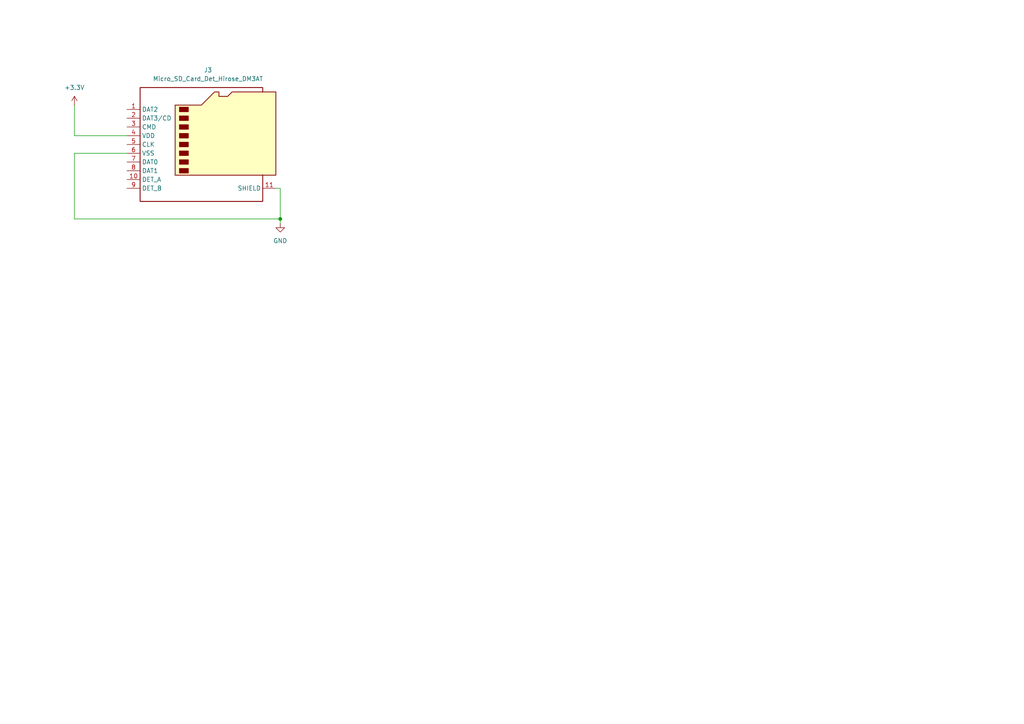
<source format=kicad_sch>
(kicad_sch (version 20250114) (generator "eeschema") (generator_version "9.0")
  (paper "A4")
  (lib_symbols
    (symbol "Connector:Micro_SD_Card_Det_Hirose_DM3AT"
      (property "Reference" "J" (at -16.51 17.78 0))
      (property "Value" "Micro_SD_Card_Det_Hirose_DM3AT" (at 16.51 17.78 0))
      (symbol "Micro_SD_Card_Det_Hirose_DM3AT_0_1"
        (polyline (pts (xy -8.89 -8.89) (xy -8.89 11.43) (xy -1.27 11.43) (xy 2.54 15.24) (xy 3.81 15.24) (xy 3.81 13.97) (xy 6.35 13.97) (xy 7.62 15.24) (xy 20.32 15.24) (xy 20.32 -8.89) (xy -8.89 -8.89)) (stroke (width 0.254)) (fill (type background)))
        (rectangle (start -7.62 10.795) (end -5.08 9.525) (stroke (width 0.254)) (fill (type outline)))
        (rectangle (start -7.62 8.255) (end -5.08 6.985) (stroke (width 0.254)) (fill (type outline)))
        (rectangle (start -7.62 5.715) (end -5.08 4.445) (stroke (width 0.254)) (fill (type outline)))
        (rectangle (start -7.62 3.175) (end -5.08 1.905) (stroke (width 0.254)) (fill (type outline)))
        (rectangle (start -7.62 0.635) (end -5.08 -0.635) (stroke (width 0.254)) (fill (type outline)))
        (rectangle (start -7.62 -1.905) (end -5.08 -3.175) (stroke (width 0.254)) (fill (type outline)))
        (rectangle (start -7.62 -4.445) (end -5.08 -5.715) (stroke (width 0.254)) (fill (type outline)))
        (rectangle (start -7.62 -6.985) (end -5.08 -8.255) (stroke (width 0.254)) (fill (type outline)))
        (polyline (pts (xy 16.51 15.24) (xy 16.51 16.51) (xy -19.05 16.51) (xy -19.05 -16.51) (xy 16.51 -16.51) (xy 16.51 -8.89)) (stroke (width 0.254)))
      )
      (symbol "Micro_SD_Card_Det_Hirose_DM3AT_1_1"
        (pin bidirectional line (at -22.86 10.16 0) (length 3.81) (name "DAT2") (number "1"))
        (pin bidirectional line (at -22.86 7.62 0) (length 3.81) (name "DAT3/CD") (number "2"))
        (pin input line (at -22.86 5.08 0) (length 3.81) (name "CMD") (number "3"))
        (pin power_in line (at -22.86 2.54 0) (length 3.81) (name "VDD") (number "4"))
        (pin input line (at -22.86 0 0) (length 3.81) (name "CLK") (number "5"))
        (pin power_in line (at -22.86 -2.54 0) (length 3.81) (name "VSS") (number "6"))
        (pin bidirectional line (at -22.86 -5.08 0) (length 3.81) (name "DAT0") (number "7"))
        (pin bidirectional line (at -22.86 -7.62 0) (length 3.81) (name "DAT1") (number "8"))
        (pin passive line (at -22.86 -10.16 0) (length 3.81) (name "DET_A") (number "10"))
        (pin passive line (at -22.86 -12.7 0) (length 3.81) (name "DET_B") (number "9"))
        (pin passive line (at 20.32 -12.7 180) (length 3.81) (name "SHIELD") (number "11"))
      )
    )
    (symbol "power:+3.3V" (power) (pin_numbers (hide yes)) (pin_names (offset 0) (hide yes))
      (property "Value" "+3.3V" (at 0 3.556 0))
      (symbol "+3.3V_0_1"
        (polyline (pts (xy -0.762 1.27) (xy 0 2.54)))
        (polyline (pts (xy 0 2.54) (xy 0.762 1.27)))
        (polyline (pts (xy 0 0) (xy 0 2.54)))
      )
      (symbol "+3.3V_1_1"
        (pin power_in line (at 0 0 90) (length 0) (name "~") (number "1"))
      )
    )
    (symbol "power:GND" (power) (pin_numbers (hide yes)) (pin_names (offset 0) (hide yes))
      (property "Value" "GND" (at 0 -3.81 0))
      (symbol "GND_0_1"
        (polyline (pts (xy 0 0) (xy 0 -1.27) (xy 1.27 -1.27) (xy 0 -2.54) (xy -1.27 -1.27) (xy 0 -1.27)))
      )
      (symbol "GND_1_1"
        (pin power_in line (at 0 0 270) (length 0) (name "~") (number "1"))
      )
    )
  )
  (junction (at 81.28 63.5))
  (wire (pts (xy 80.01 54.61) (xy 81.28 54.61)))
  (wire (pts (xy 81.28 54.61) (xy 81.28 63.5)))
  (wire (pts (xy 21.59 44.45) (xy 36.83 44.45)))
  (wire (pts (xy 21.59 39.37) (xy 21.59 30.48)))
  (wire (pts (xy 21.59 63.5) (xy 81.28 63.5)))
  (wire (pts (xy 81.28 63.5) (xy 81.28 64.77)))
  (wire (pts (xy 36.83 39.37) (xy 21.59 39.37)))
  (wire (pts (xy 21.59 44.45) (xy 21.59 63.5)))
  (symbol (lib_id "power:+3.3V") (at 21.59 30.48 0) (unit 1)
    (property "Reference" "#PWR01" (effects (hide yes)))
    (property "Value" "+3.3V" (at 21.59 25.4 0))
    (property "Description" "Power symbol creates a global label with name \"+3.3V\"" (effects (hide yes)))
  )
  (symbol (lib_id "power:GND") (at 81.28 64.77 0) (unit 1)
    (property "Reference" "#PWR02" (effects (hide yes)))
    (property "Value" "GND" (at 81.28 69.85 0))
    (property "Description" "Power symbol creates a global label with name \"GND\" , ground" (effects (hide yes)))
  )
  (symbol (lib_id "Connector:Micro_SD_Card_Det_Hirose_DM3AT") (at 59.69 41.91 0) (unit 1)
    (property "Reference" "J3" (at 60.325 20.32 0))
    (property "Value" "Micro_SD_Card_Det_Hirose_DM3AT" (at 60.325 22.86 0))
    (property "Footprint" "Connector_Card:microSD_HC_Hirose_DM3BT-DSF-PEJS" (effects (hide yes)))
    (property "Datasheet" "https://www.hirose.com/product/en/download_file/key_name/DM3/category/Catalog/doc_file_id/49662/?file_category_id=4&item_id=195&is_series=1" (effects (hide yes)))
    (property "Description" "Micro SD Card Socket with card detection pins" (effects (hide yes)))
  )
)
</source>
